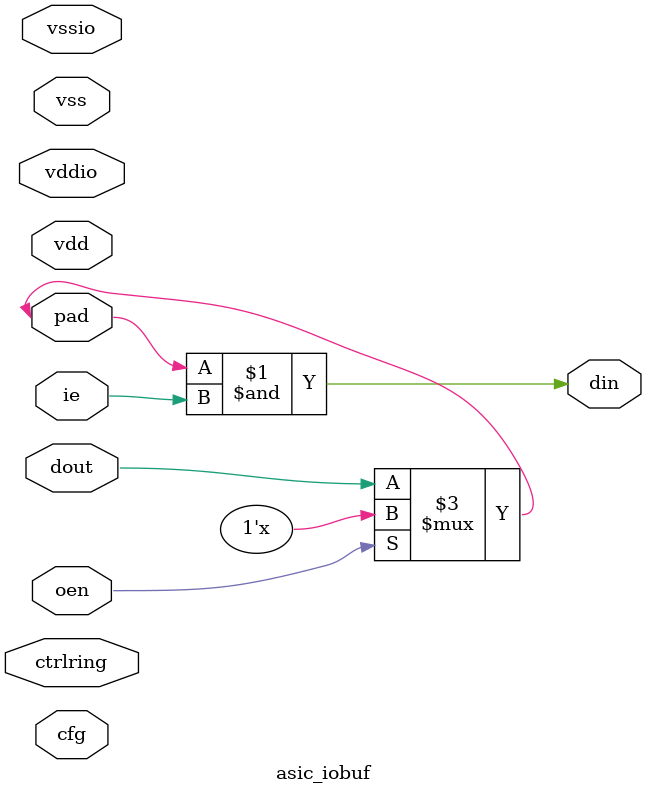
<source format=v>

module asic_iobuf
  #(parameter TYPE  = "SOFT", // SOFT or PRIVATE PROPERTY
    parameter DIR   = "EA",   // "NO", "SO", "EA", "WE", "SOFT"
    parameter NCTRL = 8       // number of control/sense signals
    )
(
 //pad
 inout 		   pad, // pad
 //feed through signals
 inout 		   vddio, // io supply
 inout 		   vssio, // io ground
 inout 		   vdd, // core supply
 inout 		   vss, // common ground 
 inout [NCTRL-1:0] ctrlring, // ctrl ring 
 //core facing signals
 output 	   din, // data from pad
 input 		   dout, // data to drive to pad
 //control signals
 input 		   oen, // output enable (0=enable)
 input 		   ie, // input enable (1=enable
 input [7:0] 	   cfg // io config (drive strength etc)
 );

   generate
      if(TYPE == "SOFT") 
	begin
	   assign din = pad & ie;
	   assign pad = ~oen ? dout : 1'bz;
	end
      else
	begin
	   //Insert actual cells based on TYPE/DIR
	   assign din = 1'b0;	   
	   assign pad = 1'b0;	   
	end
   endgenerate

endmodule

   

</source>
